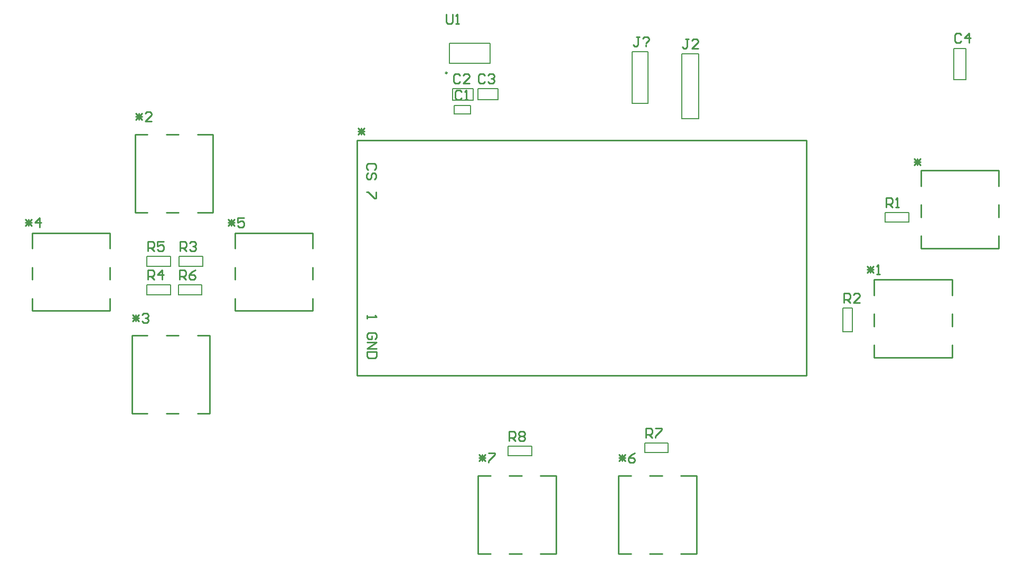
<source format=gto>
G04*
G04 #@! TF.GenerationSoftware,Altium Limited,Altium Designer,19.1.5 (86)*
G04*
G04 Layer_Color=65535*
%FSLAX44Y44*%
%MOMM*%
G71*
G01*
G75*
%ADD10C,0.2500*%
%ADD11C,0.2540*%
%ADD12C,0.2000*%
%ADD13C,0.1524*%
D10*
X715340Y896870D02*
G03*
X715340Y896870I-1250J0D01*
G01*
D11*
X1291110Y410640D02*
Y788640D01*
X571110D02*
X1291110D01*
X571110Y410640D02*
Y788640D01*
Y410640D02*
X1291110D01*
X1400000Y440000D02*
Y460000D01*
Y440000D02*
X1525000D01*
Y460000D01*
X1400000Y490000D02*
Y510000D01*
X1525000Y490000D02*
Y510000D01*
X1400000Y565000D02*
X1525000D01*
X1400000Y540000D02*
Y565000D01*
X1525000Y540000D02*
Y565000D01*
X215000Y797672D02*
X235000D01*
X215000Y672672D02*
Y797672D01*
Y672672D02*
X235000D01*
X265000Y797672D02*
X285000D01*
X265000Y672672D02*
X285000D01*
X340000D02*
Y797672D01*
X315000D02*
X340000D01*
X315000Y672672D02*
X340000D01*
X315000Y350000D02*
X335000D01*
Y475000D01*
X315000D02*
X335000D01*
X265000Y350000D02*
X285000D01*
X265000Y475000D02*
X285000D01*
X210000Y350000D02*
Y475000D01*
Y350000D02*
X235000D01*
X210000Y475000D02*
X235000D01*
X50000Y515000D02*
Y535000D01*
Y515000D02*
X175000D01*
Y535000D01*
X50000Y565000D02*
Y585000D01*
X175000Y565000D02*
Y585000D01*
X50000Y640000D02*
X175000D01*
X50000Y615000D02*
Y640000D01*
X175000Y615000D02*
Y640000D01*
X375000Y515000D02*
Y535000D01*
Y515000D02*
X500000D01*
Y535000D01*
X375000Y565000D02*
Y585000D01*
X500000Y565000D02*
Y585000D01*
X375000Y640000D02*
X500000D01*
X375000Y615000D02*
Y640000D01*
X500000Y615000D02*
Y640000D01*
X990000Y250000D02*
X1010000D01*
X990000Y125000D02*
Y250000D01*
Y125000D02*
X1010000D01*
X1040000Y250000D02*
X1060000D01*
X1040000Y125000D02*
X1060000D01*
X1115000D02*
Y250000D01*
X1090000D02*
X1115000D01*
X1090000Y125000D02*
X1115000D01*
X765000Y250000D02*
X785000D01*
X765000Y125000D02*
Y250000D01*
Y125000D02*
X785000D01*
X815000Y250000D02*
X835000D01*
X815000Y125000D02*
X835000D01*
X890000D02*
Y250000D01*
X865000D02*
X890000D01*
X865000Y125000D02*
X890000D01*
X1475000Y615000D02*
Y635000D01*
Y615000D02*
X1600000D01*
Y635000D01*
X1475000Y665000D02*
Y685000D01*
X1600000Y665000D02*
Y685000D01*
X1475000Y740000D02*
X1600000D01*
X1475000Y715000D02*
Y740000D01*
X1600000Y715000D02*
Y740000D01*
X586610Y507640D02*
Y502562D01*
Y505101D01*
X601845D01*
X599306Y507640D01*
Y469552D02*
X601845Y472091D01*
Y477170D01*
X599306Y479709D01*
X589149D01*
X586610Y477170D01*
Y472091D01*
X589149Y469552D01*
X594227D01*
Y474631D01*
X586610Y464474D02*
X601845D01*
X586610Y454317D01*
X601845D01*
Y449239D02*
X586610D01*
Y441621D01*
X589149Y439082D01*
X599306D01*
X601845Y441621D01*
Y449239D01*
X599056Y741233D02*
X601595Y743773D01*
Y748851D01*
X599056Y751390D01*
X588899D01*
X586360Y748851D01*
Y743773D01*
X588899Y741233D01*
X599056Y725998D02*
X601595Y728537D01*
Y733616D01*
X599056Y736155D01*
X596517D01*
X593978Y733616D01*
Y728537D01*
X591438Y725998D01*
X588899D01*
X586360Y728537D01*
Y733616D01*
X588899Y736155D01*
X601595Y705685D02*
Y695528D01*
X599056D01*
X588899Y705685D01*
X586360D01*
X1023913Y954473D02*
X1018834D01*
X1021374D01*
Y941777D01*
X1018834Y939238D01*
X1016295D01*
X1013756Y941777D01*
X1028991Y951934D02*
X1031530Y954473D01*
X1036609D01*
X1039148Y951934D01*
Y949395D01*
X1034069Y944316D01*
Y941777D02*
Y939238D01*
X714248Y991357D02*
Y978661D01*
X716787Y976122D01*
X721865D01*
X724405Y978661D01*
Y991357D01*
X729483Y976122D02*
X734561D01*
X732022D01*
Y991357D01*
X729483Y988818D01*
X814941Y306383D02*
Y321618D01*
X822559D01*
X825098Y319079D01*
Y314000D01*
X822559Y311461D01*
X814941D01*
X820019D02*
X825098Y306383D01*
X830176Y319079D02*
X832715Y321618D01*
X837794D01*
X840333Y319079D01*
Y316540D01*
X837794Y314000D01*
X840333Y311461D01*
Y308922D01*
X837794Y306383D01*
X832715D01*
X830176Y308922D01*
Y311461D01*
X832715Y314000D01*
X830176Y316540D01*
Y319079D01*
X832715Y314000D02*
X837794D01*
X1033902Y311484D02*
Y326719D01*
X1041519D01*
X1044059Y324180D01*
Y319102D01*
X1041519Y316562D01*
X1033902D01*
X1038980D02*
X1044059Y311484D01*
X1049137Y326719D02*
X1059294D01*
Y324180D01*
X1049137Y314023D01*
Y311484D01*
X286258Y564896D02*
Y580131D01*
X293876D01*
X296415Y577592D01*
Y572514D01*
X293876Y569974D01*
X286258D01*
X291336D02*
X296415Y564896D01*
X311650Y580131D02*
X306571Y577592D01*
X301493Y572514D01*
Y567435D01*
X304032Y564896D01*
X309111D01*
X311650Y567435D01*
Y569974D01*
X309111Y572514D01*
X301493D01*
X235966Y610616D02*
Y625851D01*
X243584D01*
X246123Y623312D01*
Y618233D01*
X243584Y615694D01*
X235966D01*
X241044D02*
X246123Y610616D01*
X261358Y625851D02*
X251201D01*
Y618233D01*
X256279Y620773D01*
X258819D01*
X261358Y618233D01*
Y613155D01*
X258819Y610616D01*
X253740D01*
X251201Y613155D01*
X235966Y564896D02*
Y580131D01*
X243584D01*
X246123Y577592D01*
Y572514D01*
X243584Y569974D01*
X235966D01*
X241044D02*
X246123Y564896D01*
X258819D02*
Y580131D01*
X251201Y572514D01*
X261358D01*
X287274Y610616D02*
Y625851D01*
X294891D01*
X297431Y623312D01*
Y618233D01*
X294891Y615694D01*
X287274D01*
X292352D02*
X297431Y610616D01*
X302509Y623312D02*
X305048Y625851D01*
X310127D01*
X312666Y623312D01*
Y620773D01*
X310127Y618233D01*
X307587D01*
X310127D01*
X312666Y615694D01*
Y613155D01*
X310127Y610616D01*
X305048D01*
X302509Y613155D01*
X1351254Y527678D02*
Y542913D01*
X1358871D01*
X1361411Y540374D01*
Y535296D01*
X1358871Y532756D01*
X1351254D01*
X1356332D02*
X1361411Y527678D01*
X1376646D02*
X1366489D01*
X1376646Y537835D01*
Y540374D01*
X1374107Y542913D01*
X1369028D01*
X1366489Y540374D01*
X1419246Y681268D02*
Y696503D01*
X1426864D01*
X1429403Y693964D01*
Y688885D01*
X1426864Y686346D01*
X1419246D01*
X1424324D02*
X1429403Y681268D01*
X1434481D02*
X1439559D01*
X1437020D01*
Y696503D01*
X1434481Y693964D01*
X1103055Y951011D02*
X1097976D01*
X1100516D01*
Y938315D01*
X1097976Y935776D01*
X1095437D01*
X1092898Y938315D01*
X1118290Y935776D02*
X1108133D01*
X1118290Y945933D01*
Y948472D01*
X1115751Y951011D01*
X1110672D01*
X1108133Y948472D01*
X1539148Y957595D02*
X1536608Y960134D01*
X1531530D01*
X1528991Y957595D01*
Y947438D01*
X1531530Y944899D01*
X1536608D01*
X1539148Y947438D01*
X1551844Y944899D02*
Y960134D01*
X1544226Y952516D01*
X1554383D01*
X776221Y892552D02*
X773681Y895091D01*
X768603D01*
X766064Y892552D01*
Y882395D01*
X768603Y879856D01*
X773681D01*
X776221Y882395D01*
X781299Y892552D02*
X783838Y895091D01*
X788917D01*
X791456Y892552D01*
Y890013D01*
X788917Y887474D01*
X786377D01*
X788917D01*
X791456Y884934D01*
Y882395D01*
X788917Y879856D01*
X783838D01*
X781299Y882395D01*
X735835Y892552D02*
X733296Y895091D01*
X728217D01*
X725678Y892552D01*
Y882395D01*
X728217Y879856D01*
X733296D01*
X735835Y882395D01*
X751070Y879856D02*
X740913D01*
X751070Y890013D01*
Y892552D01*
X748531Y895091D01*
X743452D01*
X740913Y892552D01*
X738375Y866136D02*
X735835Y868675D01*
X730757D01*
X728218Y866136D01*
Y855979D01*
X730757Y853440D01*
X735835D01*
X738375Y855979D01*
X743453Y853440D02*
X748531D01*
X745992D01*
Y868675D01*
X743453Y866136D01*
X1464126Y759018D02*
X1474283Y748861D01*
X1464126D02*
X1474283Y759018D01*
X1464126Y753940D02*
X1474283D01*
X1469204Y748861D02*
Y759018D01*
X572488Y807724D02*
X582645Y797567D01*
X572488D02*
X582645Y807724D01*
X572488Y802645D02*
X582645D01*
X577566Y797567D02*
Y807724D01*
X766388Y283790D02*
X776545Y273633D01*
X766388D02*
X776545Y283790D01*
X766388Y278711D02*
X776545D01*
X771466Y273633D02*
Y283790D01*
X781623Y286329D02*
X791780D01*
Y283790D01*
X781623Y273633D01*
Y271094D01*
X991286Y283930D02*
X1001443Y273773D01*
X991286D02*
X1001443Y283930D01*
X991286Y278852D02*
X1001443D01*
X996364Y273773D02*
Y283930D01*
X1016678Y286469D02*
X1011599Y283930D01*
X1006521Y278852D01*
Y273773D01*
X1009060Y271234D01*
X1014139D01*
X1016678Y273773D01*
Y276312D01*
X1014139Y278852D01*
X1006521D01*
X363951Y661629D02*
X374108Y651472D01*
X363951D02*
X374108Y661629D01*
X363951Y656551D02*
X374108D01*
X369029Y651472D02*
Y661629D01*
X389343Y664168D02*
X379186D01*
Y656551D01*
X384264Y659090D01*
X386804D01*
X389343Y656551D01*
Y651472D01*
X386804Y648933D01*
X381725D01*
X379186Y651472D01*
X38951Y661629D02*
X49108Y651472D01*
X38951D02*
X49108Y661629D01*
X38951Y656551D02*
X49108D01*
X44029Y651472D02*
Y661629D01*
X61804Y648933D02*
Y664168D01*
X54186Y656551D01*
X64343D01*
X211354Y508778D02*
X221511Y498621D01*
X211354D02*
X221511Y508778D01*
X211354Y503699D02*
X221511D01*
X216432Y498621D02*
Y508778D01*
X226589D02*
X229128Y511317D01*
X234207D01*
X236746Y508778D01*
Y506239D01*
X234207Y503699D01*
X231667D01*
X234207D01*
X236746Y501160D01*
Y498621D01*
X234207Y496082D01*
X229128D01*
X226589Y498621D01*
X216218Y831417D02*
X226375Y821261D01*
X216218D02*
X226375Y831417D01*
X216218Y826339D02*
X226375D01*
X221296Y821261D02*
Y831417D01*
X241610Y818721D02*
X231453D01*
X241610Y828878D01*
Y831417D01*
X239071Y833957D01*
X233992D01*
X231453Y831417D01*
X1388951Y586629D02*
X1399108Y576472D01*
X1388951D02*
X1399108Y586629D01*
X1388951Y581550D02*
X1399108D01*
X1394029Y576472D02*
Y586629D01*
X1404186Y573933D02*
X1409264D01*
X1406725D01*
Y589168D01*
X1404186Y586629D01*
D12*
X1012300Y847600D02*
X1037700D01*
X1012300D02*
Y930639D01*
X1012585Y930740D02*
X1037700D01*
Y847600D02*
Y930740D01*
X1012300Y930639D02*
X1012585Y930740D01*
X719340Y912370D02*
X784340D01*
Y944370D01*
X719340D02*
X784340D01*
X719340Y912370D02*
Y944370D01*
X797340Y853430D02*
Y871330D01*
X764640D02*
X797340D01*
X764640Y853430D02*
Y871330D01*
Y853430D02*
X797340D01*
X724120Y853330D02*
Y871230D01*
Y853330D02*
X756820D01*
Y871230D01*
X724120D02*
X756820D01*
X753214Y831400D02*
Y844900D01*
X726614Y831400D02*
X753214D01*
X726614D02*
Y844900D01*
X753214D01*
X1527500Y936380D02*
X1547400D01*
X1527500Y885680D02*
Y936380D01*
Y885680D02*
X1547400D01*
Y936380D01*
X1091400Y927200D02*
X1119000D01*
Y823300D02*
Y927200D01*
X1091400Y823300D02*
Y927200D01*
Y823300D02*
X1119000D01*
D13*
X1417500Y657000D02*
Y673000D01*
Y657000D02*
X1455500D01*
Y673000D01*
X1417500D02*
X1455500D01*
X1349500Y481336D02*
X1365500D01*
Y519336D01*
X1349500D02*
X1365500D01*
X1349500Y481336D02*
Y519336D01*
X323370Y586360D02*
Y602360D01*
X285370D02*
X323370D01*
X285370Y586360D02*
Y602360D01*
Y586360D02*
X323370D01*
X234160Y540640D02*
Y556640D01*
Y540640D02*
X272160D01*
Y556640D01*
X234160D02*
X272160D01*
X234160Y586360D02*
Y602360D01*
Y586360D02*
X272160D01*
Y602360D01*
X234160D02*
X272160D01*
X322354Y540640D02*
Y556640D01*
X284354D02*
X322354D01*
X284354Y540640D02*
Y556640D01*
Y540640D02*
X322354D01*
X1070000Y287000D02*
Y303000D01*
X1032000D02*
X1070000D01*
X1032000Y287000D02*
Y303000D01*
Y287000D02*
X1070000D01*
X851164Y282000D02*
Y298000D01*
X813164D02*
X851164D01*
X813164Y282000D02*
Y298000D01*
Y282000D02*
X851164D01*
M02*

</source>
